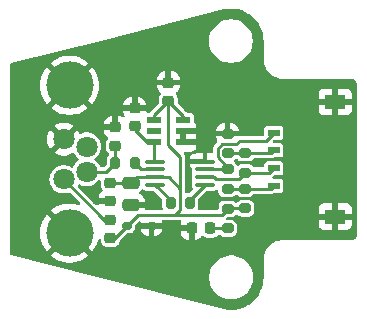
<source format=gbr>
%TF.GenerationSoftware,KiCad,Pcbnew,8.0.8*%
%TF.CreationDate,2025-02-03T14:17:38+01:00*%
%TF.ProjectId,FT25-SLS,46543235-2d53-44c5-932e-6b696361645f,rev?*%
%TF.SameCoordinates,Original*%
%TF.FileFunction,Copper,L1,Top*%
%TF.FilePolarity,Positive*%
%FSLAX46Y46*%
G04 Gerber Fmt 4.6, Leading zero omitted, Abs format (unit mm)*
G04 Created by KiCad (PCBNEW 8.0.8) date 2025-02-03 14:17:38*
%MOMM*%
%LPD*%
G01*
G04 APERTURE LIST*
G04 Aperture macros list*
%AMRoundRect*
0 Rectangle with rounded corners*
0 $1 Rounding radius*
0 $2 $3 $4 $5 $6 $7 $8 $9 X,Y pos of 4 corners*
0 Add a 4 corners polygon primitive as box body*
4,1,4,$2,$3,$4,$5,$6,$7,$8,$9,$2,$3,0*
0 Add four circle primitives for the rounded corners*
1,1,$1+$1,$2,$3*
1,1,$1+$1,$4,$5*
1,1,$1+$1,$6,$7*
1,1,$1+$1,$8,$9*
0 Add four rect primitives between the rounded corners*
20,1,$1+$1,$2,$3,$4,$5,0*
20,1,$1+$1,$4,$5,$6,$7,0*
20,1,$1+$1,$6,$7,$8,$9,0*
20,1,$1+$1,$8,$9,$2,$3,0*%
G04 Aperture macros list end*
%TA.AperFunction,SMDPad,CuDef*%
%ADD10RoundRect,0.200000X0.200000X0.275000X-0.200000X0.275000X-0.200000X-0.275000X0.200000X-0.275000X0*%
%TD*%
%TA.AperFunction,SMDPad,CuDef*%
%ADD11RoundRect,0.200000X0.275000X-0.200000X0.275000X0.200000X-0.275000X0.200000X-0.275000X-0.200000X0*%
%TD*%
%TA.AperFunction,SMDPad,CuDef*%
%ADD12RoundRect,0.200000X-0.275000X0.200000X-0.275000X-0.200000X0.275000X-0.200000X0.275000X0.200000X0*%
%TD*%
%TA.AperFunction,SMDPad,CuDef*%
%ADD13RoundRect,0.225000X0.250000X-0.225000X0.250000X0.225000X-0.250000X0.225000X-0.250000X-0.225000X0*%
%TD*%
%TA.AperFunction,SMDPad,CuDef*%
%ADD14RoundRect,0.225000X-0.250000X0.225000X-0.250000X-0.225000X0.250000X-0.225000X0.250000X0.225000X0*%
%TD*%
%TA.AperFunction,SMDPad,CuDef*%
%ADD15R,1.000000X0.600000*%
%TD*%
%TA.AperFunction,SMDPad,CuDef*%
%ADD16R,1.800000X1.250000*%
%TD*%
%TA.AperFunction,SMDPad,CuDef*%
%ADD17RoundRect,0.150000X-0.250000X-0.150000X0.250000X-0.150000X0.250000X0.150000X-0.250000X0.150000X0*%
%TD*%
%TA.AperFunction,SMDPad,CuDef*%
%ADD18RoundRect,0.218750X-0.218750X-0.256250X0.218750X-0.256250X0.218750X0.256250X-0.218750X0.256250X0*%
%TD*%
%TA.AperFunction,SMDPad,CuDef*%
%ADD19RoundRect,0.218750X-0.256250X0.218750X-0.256250X-0.218750X0.256250X-0.218750X0.256250X0.218750X0*%
%TD*%
%TA.AperFunction,ComponentPad*%
%ADD20C,1.800000*%
%TD*%
%TA.AperFunction,ComponentPad*%
%ADD21C,4.000000*%
%TD*%
%TA.AperFunction,SMDPad,CuDef*%
%ADD22RoundRect,0.250000X-0.475000X0.250000X-0.475000X-0.250000X0.475000X-0.250000X0.475000X0.250000X0*%
%TD*%
%TA.AperFunction,SMDPad,CuDef*%
%ADD23RoundRect,0.100000X0.712500X0.100000X-0.712500X0.100000X-0.712500X-0.100000X0.712500X-0.100000X0*%
%TD*%
%TA.AperFunction,SMDPad,CuDef*%
%ADD24R,1.200000X0.600000*%
%TD*%
%TA.AperFunction,ViaPad*%
%ADD25C,0.600000*%
%TD*%
%TA.AperFunction,Conductor*%
%ADD26C,0.250000*%
%TD*%
G04 APERTURE END LIST*
D10*
%TO.P,R4,1*%
%TO.N,/V_{out\u002Cx}*%
X126825000Y-60330000D03*
%TO.P,R4,2*%
%TO.N,/V_{x}*%
X125175000Y-60330000D03*
%TD*%
D11*
%TO.P,R18,1*%
%TO.N,/Strain_out_b*%
X134700000Y-59475000D03*
%TO.P,R18,2*%
%TO.N,GND*%
X134700000Y-57825000D03*
%TD*%
D12*
%TO.P,R1,1*%
%TO.N,+5V*%
X134720000Y-64205000D03*
%TO.P,R1,2*%
%TO.N,Net-(D2-A)*%
X134720000Y-65855000D03*
%TD*%
D11*
%TO.P,R7,1*%
%TO.N,/Strain_in_f*%
X134700000Y-62500000D03*
%TO.P,R7,2*%
%TO.N,/Strain_in_b*%
X134700000Y-60850000D03*
%TD*%
D13*
%TO.P,C16,1*%
%TO.N,/V_{x}*%
X125190000Y-58845000D03*
%TO.P,C16,2*%
%TO.N,GND*%
X125190000Y-57295000D03*
%TD*%
D11*
%TO.P,R21,1*%
%TO.N,+5V*%
X136200000Y-64150000D03*
%TO.P,R21,2*%
%TO.N,/Strain_in_f*%
X136200000Y-62500000D03*
%TD*%
D13*
%TO.P,C19,1*%
%TO.N,+5V*%
X129690000Y-55055000D03*
%TO.P,C19,2*%
%TO.N,GND*%
X129690000Y-53505000D03*
%TD*%
D14*
%TO.P,C21,1*%
%TO.N,+5V*%
X124750000Y-62005000D03*
%TO.P,C21,2*%
%TO.N,GND*%
X124750000Y-63555000D03*
%TD*%
D15*
%TO.P,J2,1,Pin_1*%
%TO.N,/Strain_in_f*%
X138620000Y-62250000D03*
%TO.P,J2,2,Pin_2*%
%TO.N,/Strain_out_f*%
X138620000Y-60750000D03*
%TO.P,J2,3,Pin_3*%
%TO.N,/Strain_out_b*%
X138620000Y-59250001D03*
%TO.P,J2,4,Pin_4*%
%TO.N,/Strain_in_b*%
X138620000Y-57749999D03*
D16*
%TO.P,J2,5,Pin_6*%
%TO.N,GND*%
X143810000Y-55145000D03*
%TO.P,J2,5,Pin_5*%
X143810000Y-64854999D03*
%TD*%
D17*
%TO.P,D1,1,K*%
%TO.N,+5V*%
X126162500Y-65670000D03*
%TO.P,D1,2,A*%
%TO.N,GND*%
X128262500Y-65670000D03*
%TD*%
D18*
%TO.P,D2,1,K*%
%TO.N,GND*%
X131662500Y-65860000D03*
%TO.P,D2,2,A*%
%TO.N,Net-(D2-A)*%
X133237500Y-65860000D03*
%TD*%
D19*
%TO.P,F1,1*%
%TO.N,Net-(J1-Pin_1)*%
X124780000Y-65112500D03*
%TO.P,F1,2*%
%TO.N,+5V*%
X124780000Y-66687500D03*
%TD*%
D11*
%TO.P,R2,1*%
%TO.N,/Strain_out_f*%
X136200000Y-61125000D03*
%TO.P,R2,2*%
%TO.N,/Strain_out_b*%
X136200000Y-59475000D03*
%TD*%
D20*
%TO.P,J1,1,Pin_1*%
%TO.N,Net-(J1-Pin_1)*%
X120820000Y-61700000D03*
%TO.P,J1,2,Pin_2*%
%TO.N,/V_{x}*%
X122770000Y-61075000D03*
%TO.P,J1,3,Pin_3*%
%TO.N,GND*%
X120820000Y-58300000D03*
%TO.P,J1,4*%
%TO.N,N/C*%
X122770000Y-58925000D03*
D21*
%TO.P,J1,5*%
%TO.N,GND*%
X121320000Y-53750000D03*
X121320000Y-66250000D03*
%TD*%
D22*
%TO.P,C20,1*%
%TO.N,+5V*%
X126510000Y-62000000D03*
%TO.P,C20,2*%
%TO.N,GND*%
X126510000Y-63900000D03*
%TD*%
D10*
%TO.P,R12,1*%
%TO.N,Net-(R12-Pad1)*%
X131525000Y-63675000D03*
%TO.P,R12,2*%
%TO.N,Net-(R12-Pad2)*%
X129875000Y-63675000D03*
%TD*%
D23*
%TO.P,U3,1,Rg*%
%TO.N,Net-(R12-Pad1)*%
X132787500Y-62150000D03*
%TO.P,U3,2,-*%
%TO.N,/Strain_out_f*%
X132787500Y-61500000D03*
%TO.P,U3,3,+*%
%TO.N,/Strain_in_b*%
X132787500Y-60850000D03*
%TO.P,U3,4,Vs-*%
%TO.N,GND*%
X132787500Y-60200000D03*
%TO.P,U3,5,Ref*%
%TO.N,/V_{ref}*%
X128562500Y-60200000D03*
%TO.P,U3,6*%
%TO.N,/V_{out\u002Cx}*%
X128562500Y-60850000D03*
%TO.P,U3,7,Vs+*%
%TO.N,+5V*%
X128562500Y-61500000D03*
%TO.P,U3,8,Rg*%
%TO.N,Net-(R12-Pad2)*%
X128562500Y-62150000D03*
%TD*%
D13*
%TO.P,C18,1*%
%TO.N,/V_{ref}*%
X126840000Y-57215000D03*
%TO.P,C18,2*%
%TO.N,GND*%
X126840000Y-55665000D03*
%TD*%
D24*
%TO.P,IC2,1,GND_1*%
%TO.N,GND*%
X130960000Y-58550000D03*
%TO.P,IC2,2,GND_2*%
X130960000Y-57600000D03*
%TO.P,IC2,3,EN*%
%TO.N,+5V*%
X130960000Y-56650000D03*
%TO.P,IC2,4,VIN*%
X128460000Y-56650000D03*
%TO.P,IC2,5,NR*%
%TO.N,unconnected-(IC2-NR-Pad5)*%
X128460000Y-57600000D03*
%TO.P,IC2,6,VREF*%
%TO.N,/V_{ref}*%
X128460000Y-58550000D03*
%TD*%
D25*
%TO.N,GND*%
X133200000Y-67310000D03*
X137700000Y-64240000D03*
X133110000Y-55340000D03*
X128340000Y-63570000D03*
X141050000Y-62000000D03*
X126440000Y-68410000D03*
X129800000Y-68350000D03*
X123556942Y-63553058D03*
X129790000Y-51830000D03*
X124960000Y-55280000D03*
X126580000Y-51890000D03*
X141010000Y-57910000D03*
X132690000Y-63590000D03*
X134140000Y-52950000D03*
X137740000Y-55710000D03*
%TD*%
D26*
%TO.N,+5V*%
X130710000Y-62480000D02*
X130710000Y-59840000D01*
X136200000Y-64150000D02*
X134775000Y-64150000D01*
X126510000Y-62000000D02*
X124755000Y-62000000D01*
X130248004Y-64725000D02*
X130273004Y-64700000D01*
X129690000Y-58830000D02*
X129690000Y-55055000D01*
X124780000Y-66687500D02*
X125145000Y-66687500D01*
X130710000Y-59840000D02*
X130400000Y-59530000D01*
X127010000Y-61500000D02*
X126510000Y-62000000D01*
X130710000Y-64263004D02*
X130710000Y-62480000D01*
X128562500Y-61500000D02*
X129730000Y-61500000D01*
X127107500Y-64725000D02*
X130248004Y-64725000D01*
X129730000Y-61500000D02*
X130710000Y-62480000D01*
X130390000Y-59530000D02*
X129690000Y-58830000D01*
X134775000Y-64150000D02*
X134720000Y-64205000D01*
X130960000Y-56650000D02*
X130960000Y-56325000D01*
X124755000Y-62000000D02*
X124750000Y-62005000D01*
X130960000Y-56325000D02*
X129690000Y-55055000D01*
X134195000Y-64730000D02*
X130303004Y-64730000D01*
X130273004Y-64700000D02*
X130710000Y-64263004D01*
X126162500Y-65670000D02*
X127107500Y-64725000D01*
X128460000Y-56650000D02*
X128460000Y-56285000D01*
X128460000Y-56285000D02*
X129690000Y-55055000D01*
X125145000Y-66687500D02*
X126162500Y-65670000D01*
X130400000Y-59530000D02*
X130390000Y-59530000D01*
X128562500Y-61500000D02*
X127010000Y-61500000D01*
X134720000Y-64205000D02*
X134195000Y-64730000D01*
%TO.N,GND*%
X126510000Y-63900000D02*
X128010000Y-63900000D01*
X128010000Y-63900000D02*
X128340000Y-63570000D01*
X123556942Y-63553058D02*
X123558884Y-63555000D01*
X123558884Y-63555000D02*
X124750000Y-63555000D01*
%TO.N,/Strain_out_f*%
X135650000Y-61675000D02*
X136200000Y-61125000D01*
X133553812Y-61500000D02*
X133728812Y-61675000D01*
X132787500Y-61500000D02*
X133553812Y-61500000D01*
X138245000Y-61125000D02*
X138620000Y-60750000D01*
X133728812Y-61675000D02*
X135650000Y-61675000D01*
X136200000Y-61125000D02*
X138245000Y-61125000D01*
%TO.N,/V_{x}*%
X125175000Y-60330000D02*
X125175000Y-58860000D01*
X125175000Y-58860000D02*
X125190000Y-58845000D01*
X124430000Y-61075000D02*
X125175000Y-60330000D01*
X122770000Y-61075000D02*
X124430000Y-61075000D01*
%TO.N,Net-(D2-A)*%
X133242500Y-65855000D02*
X133237500Y-65860000D01*
X134720000Y-65855000D02*
X133242500Y-65855000D01*
%TO.N,/V_{out\u002Cx}*%
X127345000Y-60850000D02*
X126825000Y-60330000D01*
X128562500Y-60850000D02*
X127345000Y-60850000D01*
%TO.N,/V_{ref}*%
X127860000Y-58550000D02*
X128460000Y-58550000D01*
X128460000Y-58550000D02*
X128460000Y-60097500D01*
X126840000Y-57530000D02*
X127860000Y-58550000D01*
X126840000Y-57215000D02*
X126840000Y-57530000D01*
X128460000Y-60097500D02*
X128562500Y-60200000D01*
%TO.N,Net-(R12-Pad1)*%
X131525000Y-63675000D02*
X131525000Y-63412500D01*
X131525000Y-63412500D02*
X132787500Y-62150000D01*
X131475000Y-63700000D02*
X131475000Y-63462500D01*
%TO.N,Net-(R12-Pad2)*%
X129875000Y-63675000D02*
X129875000Y-63462500D01*
X129875000Y-63462500D02*
X128562500Y-62150000D01*
%TO.N,/Strain_in_b*%
X132787500Y-60850000D02*
X134700000Y-60850000D01*
X137919999Y-58450000D02*
X135740000Y-58450000D01*
X134201996Y-58750000D02*
X133851906Y-59100090D01*
X135440000Y-58750000D02*
X134201996Y-58750000D01*
X134700000Y-60700000D02*
X134700000Y-60850000D01*
X133851906Y-59100090D02*
X133851906Y-59851906D01*
X138620000Y-57749999D02*
X137919999Y-58450000D01*
X135740000Y-58450000D02*
X135440000Y-58750000D01*
X133851906Y-59851906D02*
X134700000Y-60700000D01*
%TO.N,/Strain_out_b*%
X138395001Y-59475000D02*
X136200000Y-59475000D01*
X138620000Y-59250001D02*
X138395001Y-59475000D01*
X136200000Y-59475000D02*
X134700000Y-59475000D01*
%TO.N,/Strain_in_f*%
X138620000Y-62250000D02*
X138370000Y-62500000D01*
X136200000Y-62500000D02*
X134700000Y-62500000D01*
X138370000Y-62500000D02*
X136200000Y-62500000D01*
%TO.N,Net-(J1-Pin_1)*%
X124232500Y-65112500D02*
X124780000Y-65112500D01*
X120820000Y-61700000D02*
X124232500Y-65112500D01*
%TD*%
%TA.AperFunction,Conductor*%
%TO.N,GND*%
G36*
X127607261Y-62573654D02*
G01*
X127611652Y-62578045D01*
X127611654Y-62578046D01*
X127611658Y-62578050D01*
X127719042Y-62632765D01*
X127724698Y-62635647D01*
X127818475Y-62650499D01*
X127818481Y-62650500D01*
X128409889Y-62650499D01*
X128476928Y-62670183D01*
X128497570Y-62686818D01*
X129138181Y-63327428D01*
X129171666Y-63388751D01*
X129174500Y-63415109D01*
X129174500Y-63997870D01*
X129174501Y-63997876D01*
X129180908Y-64057483D01*
X129208764Y-64132167D01*
X129213748Y-64201859D01*
X129180263Y-64263182D01*
X129118939Y-64296666D01*
X129092582Y-64299500D01*
X127859000Y-64299500D01*
X127791961Y-64279815D01*
X127746206Y-64227011D01*
X127735000Y-64175500D01*
X127735000Y-64150000D01*
X126634000Y-64150000D01*
X126566961Y-64130315D01*
X126521206Y-64077511D01*
X126510000Y-64026000D01*
X126510000Y-63774000D01*
X126529685Y-63706961D01*
X126582489Y-63661206D01*
X126634000Y-63650000D01*
X127734999Y-63650000D01*
X127734999Y-63600028D01*
X127734998Y-63600013D01*
X127724505Y-63497302D01*
X127669358Y-63330880D01*
X127669356Y-63330875D01*
X127577315Y-63181654D01*
X127453345Y-63057684D01*
X127304124Y-62965643D01*
X127304121Y-62965642D01*
X127282241Y-62958392D01*
X127224797Y-62918619D01*
X127197974Y-62854103D01*
X127210289Y-62785327D01*
X127251605Y-62740832D01*
X127250584Y-62739486D01*
X127312723Y-62692364D01*
X127377922Y-62642922D01*
X127420776Y-62586409D01*
X127476968Y-62544887D01*
X127546689Y-62540335D01*
X127607261Y-62573654D01*
G37*
%TD.AperFunction*%
%TA.AperFunction,Conductor*%
G36*
X123938549Y-61754723D02*
G01*
X123971776Y-61816186D01*
X123974500Y-61842035D01*
X123974500Y-62271144D01*
X123979825Y-62315494D01*
X123984640Y-62355588D01*
X124037636Y-62489976D01*
X124096390Y-62567454D01*
X124121213Y-62632765D01*
X124106785Y-62701129D01*
X124062688Y-62747914D01*
X124047273Y-62757422D01*
X124047267Y-62757427D01*
X123927427Y-62877267D01*
X123927424Y-62877271D01*
X123838457Y-63021507D01*
X123838452Y-63021518D01*
X123785144Y-63182393D01*
X123775000Y-63281677D01*
X123775000Y-63305000D01*
X124626000Y-63305000D01*
X124693039Y-63324685D01*
X124738794Y-63377489D01*
X124750000Y-63429000D01*
X124750000Y-63681000D01*
X124730315Y-63748039D01*
X124677511Y-63793794D01*
X124626000Y-63805000D01*
X123775001Y-63805000D01*
X123738682Y-63841319D01*
X123735480Y-63838117D01*
X123702512Y-63866685D01*
X123633354Y-63876629D01*
X123569798Y-63847604D01*
X123563320Y-63841572D01*
X122051970Y-62330222D01*
X122018485Y-62268899D01*
X122023469Y-62199207D01*
X122065341Y-62143274D01*
X122130805Y-62118857D01*
X122199078Y-62133709D01*
X122204914Y-62137105D01*
X122232599Y-62154247D01*
X122440060Y-62234618D01*
X122658757Y-62275500D01*
X122658759Y-62275500D01*
X122881241Y-62275500D01*
X122881243Y-62275500D01*
X123099940Y-62234618D01*
X123307401Y-62154247D01*
X123496562Y-62037124D01*
X123660981Y-61887236D01*
X123751546Y-61767307D01*
X123807655Y-61725672D01*
X123877367Y-61720981D01*
X123938549Y-61754723D01*
G37*
%TD.AperFunction*%
%TA.AperFunction,Conductor*%
G36*
X135026024Y-47242866D02*
G01*
X135095177Y-47247213D01*
X135319466Y-47261312D01*
X135333208Y-47262950D01*
X135574072Y-47305410D01*
X135622762Y-47313993D01*
X135636222Y-47317148D01*
X135918316Y-47400160D01*
X135931323Y-47404792D01*
X136202384Y-47518722D01*
X136214828Y-47524791D01*
X136471479Y-47668217D01*
X136483168Y-47675634D01*
X136567886Y-47736282D01*
X136722248Y-47846787D01*
X136733026Y-47855452D01*
X136832649Y-47945147D01*
X136951533Y-48052186D01*
X136961288Y-48062009D01*
X137156498Y-48281867D01*
X137165098Y-48292717D01*
X137334581Y-48532965D01*
X137341917Y-48544705D01*
X137483568Y-48802356D01*
X137489550Y-48814841D01*
X137549262Y-48959706D01*
X137596943Y-49075386D01*
X137601593Y-49086666D01*
X137606146Y-49099740D01*
X137687190Y-49382367D01*
X137690257Y-49395867D01*
X137739290Y-49685756D01*
X137740834Y-49699514D01*
X137757442Y-49996549D01*
X137757635Y-50003471D01*
X137757635Y-50073149D01*
X137757725Y-50074518D01*
X137759496Y-51517438D01*
X137759475Y-51519845D01*
X137757521Y-51627242D01*
X137757522Y-51627260D01*
X137786230Y-51857264D01*
X137786231Y-51857273D01*
X137847182Y-52080908D01*
X137939152Y-52293683D01*
X137939155Y-52293689D01*
X138060293Y-52491312D01*
X138060299Y-52491321D01*
X138103307Y-52543238D01*
X138208168Y-52669821D01*
X138379802Y-52825619D01*
X138571746Y-52955576D01*
X138780141Y-53057078D01*
X139000797Y-53128086D01*
X139229272Y-53167171D01*
X139229278Y-53167172D01*
X139271751Y-53168322D01*
X139284851Y-53170227D01*
X139284955Y-53169439D01*
X139293014Y-53170500D01*
X139350297Y-53170500D01*
X139353709Y-53170546D01*
X139411003Y-53172124D01*
X139419081Y-53171286D01*
X139419161Y-53172058D01*
X139432397Y-53170500D01*
X145094108Y-53170500D01*
X145153038Y-53170500D01*
X145166922Y-53171280D01*
X145173827Y-53172058D01*
X145257266Y-53181459D01*
X145284331Y-53187636D01*
X145363540Y-53215352D01*
X145388553Y-53227398D01*
X145459606Y-53272043D01*
X145481313Y-53289355D01*
X145540644Y-53348686D01*
X145557957Y-53370395D01*
X145602600Y-53441444D01*
X145614648Y-53466462D01*
X145642362Y-53545666D01*
X145648540Y-53572735D01*
X145658720Y-53663076D01*
X145659500Y-53676961D01*
X145659500Y-53743860D01*
X145659516Y-53744117D01*
X145662392Y-66345911D01*
X145661612Y-66359822D01*
X145651434Y-66450158D01*
X145645256Y-66477229D01*
X145617542Y-66556433D01*
X145605494Y-66581451D01*
X145560851Y-66652500D01*
X145543538Y-66674209D01*
X145484209Y-66733538D01*
X145462500Y-66750851D01*
X145391451Y-66795494D01*
X145366433Y-66807542D01*
X145287229Y-66835256D01*
X145260160Y-66841434D01*
X145169847Y-66851609D01*
X145155910Y-66852388D01*
X139442475Y-66849784D01*
X139429155Y-66848219D01*
X139429078Y-66848966D01*
X139420998Y-66848127D01*
X139363854Y-66849700D01*
X139360388Y-66849747D01*
X139303246Y-66849721D01*
X139295193Y-66850778D01*
X139295092Y-66850012D01*
X139281904Y-66851924D01*
X139239284Y-66853079D01*
X139239283Y-66853079D01*
X139010798Y-66892163D01*
X138790140Y-66963170D01*
X138581741Y-67064671D01*
X138581737Y-67064673D01*
X138389796Y-67194623D01*
X138218155Y-67350422D01*
X138218151Y-67350426D01*
X138070281Y-67528921D01*
X138070281Y-67528922D01*
X137949141Y-67726534D01*
X137949132Y-67726551D01*
X137857158Y-67939313D01*
X137857154Y-67939324D01*
X137796199Y-68162945D01*
X137796197Y-68162956D01*
X137767478Y-68392975D01*
X137769436Y-68500941D01*
X137769452Y-68504170D01*
X137758232Y-69922398D01*
X137757635Y-69931002D01*
X137757635Y-69996524D01*
X137757442Y-70003446D01*
X137740834Y-70300485D01*
X137739290Y-70314243D01*
X137690257Y-70604132D01*
X137687190Y-70617632D01*
X137606146Y-70900259D01*
X137601593Y-70913333D01*
X137489550Y-71185158D01*
X137483568Y-71197643D01*
X137341917Y-71455294D01*
X137334581Y-71467034D01*
X137165098Y-71707282D01*
X137156498Y-71718132D01*
X136961288Y-71937990D01*
X136951533Y-71947813D01*
X136733032Y-72144542D01*
X136722242Y-72153217D01*
X136483168Y-72324365D01*
X136471479Y-72331782D01*
X136214828Y-72475208D01*
X136202384Y-72481277D01*
X135931332Y-72595204D01*
X135918300Y-72599844D01*
X135636240Y-72682846D01*
X135622762Y-72686006D01*
X135333211Y-72737048D01*
X135319463Y-72738687D01*
X135026024Y-72757133D01*
X135012181Y-72757229D01*
X134718516Y-72742850D01*
X134704748Y-72741402D01*
X134411097Y-72693824D01*
X134404298Y-72692526D01*
X134392620Y-72689958D01*
X134388823Y-72689061D01*
X123286327Y-69878711D01*
X133149500Y-69878711D01*
X133149500Y-70121288D01*
X133181161Y-70361785D01*
X133243947Y-70596104D01*
X133336773Y-70820205D01*
X133336776Y-70820212D01*
X133458064Y-71030289D01*
X133458066Y-71030292D01*
X133458067Y-71030293D01*
X133605733Y-71222736D01*
X133605739Y-71222743D01*
X133777256Y-71394260D01*
X133777263Y-71394266D01*
X133872097Y-71467034D01*
X133969711Y-71541936D01*
X134179788Y-71663224D01*
X134403900Y-71756054D01*
X134638211Y-71818838D01*
X134818586Y-71842584D01*
X134878711Y-71850500D01*
X134878712Y-71850500D01*
X135121289Y-71850500D01*
X135169388Y-71844167D01*
X135361789Y-71818838D01*
X135596100Y-71756054D01*
X135820212Y-71663224D01*
X136030289Y-71541936D01*
X136222738Y-71394265D01*
X136394265Y-71222738D01*
X136541936Y-71030289D01*
X136663224Y-70820212D01*
X136756054Y-70596100D01*
X136818838Y-70361789D01*
X136850500Y-70121288D01*
X136850500Y-69878712D01*
X136818838Y-69638211D01*
X136756054Y-69403900D01*
X136663224Y-69179788D01*
X136541936Y-68969711D01*
X136394265Y-68777262D01*
X136394260Y-68777256D01*
X136222743Y-68605739D01*
X136222736Y-68605733D01*
X136030293Y-68458067D01*
X136030292Y-68458066D01*
X136030289Y-68458064D01*
X135820212Y-68336776D01*
X135820205Y-68336773D01*
X135596104Y-68243947D01*
X135361785Y-68181161D01*
X135121289Y-68149500D01*
X135121288Y-68149500D01*
X134878712Y-68149500D01*
X134878711Y-68149500D01*
X134638214Y-68181161D01*
X134403895Y-68243947D01*
X134179794Y-68336773D01*
X134179785Y-68336777D01*
X133969706Y-68458067D01*
X133777263Y-68605733D01*
X133777256Y-68605739D01*
X133605739Y-68777256D01*
X133605733Y-68777263D01*
X133458067Y-68969706D01*
X133336777Y-69179785D01*
X133336773Y-69179794D01*
X133243947Y-69403895D01*
X133181161Y-69638214D01*
X133149500Y-69878711D01*
X123286327Y-69878711D01*
X116394072Y-68134090D01*
X116333912Y-68098556D01*
X116302514Y-68036139D01*
X116300500Y-68013881D01*
X116300500Y-66249994D01*
X118815057Y-66249994D01*
X118815057Y-66250005D01*
X118834807Y-66563942D01*
X118834808Y-66563949D01*
X118893755Y-66872958D01*
X118990963Y-67172132D01*
X118990965Y-67172137D01*
X119124900Y-67456761D01*
X119124903Y-67456767D01*
X119293452Y-67722359D01*
X119384286Y-67832158D01*
X120097339Y-67119104D01*
X120175864Y-67227184D01*
X120342816Y-67394136D01*
X120450893Y-67472658D01*
X119734972Y-68188579D01*
X119977780Y-68364990D01*
X119977790Y-68364996D01*
X120253447Y-68516540D01*
X120253455Y-68516544D01*
X120545926Y-68632340D01*
X120850620Y-68710573D01*
X120850629Y-68710575D01*
X121162701Y-68749999D01*
X121162715Y-68750000D01*
X121477285Y-68750000D01*
X121477298Y-68749999D01*
X121789370Y-68710575D01*
X121789379Y-68710573D01*
X122094073Y-68632340D01*
X122386544Y-68516544D01*
X122386552Y-68516540D01*
X122662203Y-68365000D01*
X122662214Y-68364993D01*
X122905025Y-68188579D01*
X122905026Y-68188579D01*
X122189105Y-67472659D01*
X122297184Y-67394136D01*
X122464136Y-67227184D01*
X122542659Y-67119105D01*
X123255712Y-67832158D01*
X123346544Y-67722364D01*
X123515096Y-67456767D01*
X123515099Y-67456761D01*
X123649034Y-67172137D01*
X123649036Y-67172132D01*
X123746244Y-66872958D01*
X123758696Y-66807685D01*
X123790594Y-66745521D01*
X123851037Y-66710471D01*
X123920833Y-66713663D01*
X123977825Y-66754083D01*
X124003916Y-66818898D01*
X124004500Y-66830920D01*
X124004500Y-66946902D01*
X124014520Y-67030343D01*
X124014520Y-67030344D01*
X124066886Y-67163134D01*
X124153132Y-67276867D01*
X124250135Y-67350426D01*
X124266868Y-67363115D01*
X124399654Y-67415479D01*
X124483098Y-67425500D01*
X125076902Y-67425500D01*
X125160346Y-67415479D01*
X125293132Y-67363115D01*
X125406867Y-67276867D01*
X125493115Y-67163132D01*
X125545479Y-67030346D01*
X125555500Y-66946902D01*
X125555500Y-66930109D01*
X125575185Y-66863070D01*
X125591819Y-66842428D01*
X126127428Y-66306819D01*
X126188751Y-66273334D01*
X126215109Y-66270500D01*
X126466770Y-66270500D01*
X126497199Y-66267646D01*
X126497201Y-66267646D01*
X126561290Y-66245219D01*
X126625382Y-66222793D01*
X126734650Y-66142150D01*
X126815293Y-66032882D01*
X126844470Y-65949500D01*
X126854792Y-65920001D01*
X127365204Y-65920001D01*
X127365399Y-65922486D01*
X127411218Y-66080198D01*
X127494814Y-66221552D01*
X127494821Y-66221561D01*
X127610938Y-66337678D01*
X127610947Y-66337685D01*
X127752303Y-66421282D01*
X127752306Y-66421283D01*
X127910004Y-66467099D01*
X127910010Y-66467100D01*
X127946850Y-66469999D01*
X127946866Y-66470000D01*
X128012500Y-66470000D01*
X128512500Y-66470000D01*
X128578134Y-66470000D01*
X128578149Y-66469999D01*
X128614989Y-66467100D01*
X128614995Y-66467099D01*
X128772693Y-66421283D01*
X128772696Y-66421282D01*
X128914052Y-66337685D01*
X128914061Y-66337678D01*
X129030178Y-66221561D01*
X129030185Y-66221552D01*
X129064131Y-66164152D01*
X130725001Y-66164152D01*
X130735056Y-66262583D01*
X130787906Y-66422072D01*
X130787908Y-66422077D01*
X130876114Y-66565080D01*
X130994919Y-66683885D01*
X131137922Y-66772091D01*
X131137927Y-66772093D01*
X131297416Y-66824942D01*
X131395856Y-66834999D01*
X131412500Y-66834998D01*
X131412500Y-66110000D01*
X130725001Y-66110000D01*
X130725001Y-66164152D01*
X129064131Y-66164152D01*
X129113781Y-66080198D01*
X129159600Y-65922486D01*
X129159795Y-65920001D01*
X129159795Y-65920000D01*
X128512500Y-65920000D01*
X128512500Y-66470000D01*
X128012500Y-66470000D01*
X128012500Y-65920000D01*
X127365205Y-65920000D01*
X127365204Y-65920001D01*
X126854792Y-65920001D01*
X126860146Y-65904701D01*
X126860146Y-65904699D01*
X126863000Y-65874269D01*
X126863000Y-65622610D01*
X126882685Y-65555571D01*
X126899319Y-65534929D01*
X127021584Y-65412664D01*
X127166682Y-65267565D01*
X127228003Y-65234082D01*
X127297694Y-65239066D01*
X127353628Y-65280937D01*
X127378045Y-65346402D01*
X127373438Y-65389841D01*
X127365400Y-65417508D01*
X127365399Y-65417511D01*
X127365204Y-65419998D01*
X127365205Y-65420000D01*
X129159795Y-65420000D01*
X129159795Y-65419998D01*
X129159600Y-65417511D01*
X129159599Y-65417505D01*
X129128103Y-65309095D01*
X129128302Y-65239225D01*
X129166244Y-65180555D01*
X129229883Y-65151712D01*
X129247179Y-65150500D01*
X130191986Y-65150500D01*
X130212001Y-65150500D01*
X130244088Y-65154723D01*
X130246986Y-65155500D01*
X130663382Y-65155500D01*
X130730421Y-65175185D01*
X130776176Y-65227989D01*
X130786120Y-65297147D01*
X130781088Y-65318504D01*
X130735057Y-65457416D01*
X130725000Y-65555849D01*
X130725000Y-65610000D01*
X131538500Y-65610000D01*
X131605539Y-65629685D01*
X131651294Y-65682489D01*
X131662500Y-65734000D01*
X131662500Y-65860000D01*
X131788500Y-65860000D01*
X131855539Y-65879685D01*
X131901294Y-65932489D01*
X131912500Y-65984000D01*
X131912500Y-66834999D01*
X131929136Y-66834999D01*
X131929152Y-66834998D01*
X132027583Y-66824943D01*
X132187072Y-66772093D01*
X132187077Y-66772091D01*
X132330080Y-66683885D01*
X132448887Y-66565078D01*
X132473574Y-66525054D01*
X132525521Y-66478329D01*
X132594483Y-66467106D01*
X132654038Y-66491346D01*
X132751272Y-66565080D01*
X132761868Y-66573115D01*
X132894654Y-66625479D01*
X132978098Y-66635500D01*
X133496902Y-66635500D01*
X133580346Y-66625479D01*
X133713132Y-66573115D01*
X133826867Y-66486867D01*
X133886556Y-66408154D01*
X133942748Y-66366632D01*
X134012469Y-66362080D01*
X134073583Y-66395944D01*
X134084626Y-66408768D01*
X134087455Y-66412547D01*
X134202664Y-66498793D01*
X134202671Y-66498797D01*
X134247618Y-66515561D01*
X134337517Y-66549091D01*
X134397127Y-66555500D01*
X135042872Y-66555499D01*
X135102483Y-66549091D01*
X135237331Y-66498796D01*
X135352546Y-66412546D01*
X135438796Y-66297331D01*
X135489091Y-66162483D01*
X135495500Y-66102873D01*
X135495499Y-65607128D01*
X135489091Y-65547517D01*
X135481753Y-65527843D01*
X142410000Y-65527843D01*
X142416401Y-65587371D01*
X142416403Y-65587378D01*
X142466645Y-65722085D01*
X142466649Y-65722092D01*
X142552809Y-65837186D01*
X142552812Y-65837189D01*
X142667906Y-65923349D01*
X142667913Y-65923353D01*
X142802620Y-65973595D01*
X142802627Y-65973597D01*
X142862155Y-65979998D01*
X142862172Y-65979999D01*
X143560000Y-65979999D01*
X144060000Y-65979999D01*
X144757828Y-65979999D01*
X144757844Y-65979998D01*
X144817372Y-65973597D01*
X144817379Y-65973595D01*
X144952086Y-65923353D01*
X144952093Y-65923349D01*
X145067187Y-65837189D01*
X145067190Y-65837186D01*
X145153350Y-65722092D01*
X145153354Y-65722085D01*
X145203596Y-65587378D01*
X145203598Y-65587371D01*
X145209999Y-65527843D01*
X145210000Y-65527826D01*
X145210000Y-65104999D01*
X144060000Y-65104999D01*
X144060000Y-65979999D01*
X143560000Y-65979999D01*
X143560000Y-65104999D01*
X142410000Y-65104999D01*
X142410000Y-65527843D01*
X135481753Y-65527843D01*
X135476430Y-65513572D01*
X135438797Y-65412671D01*
X135438793Y-65412664D01*
X135352547Y-65297455D01*
X135352544Y-65297452D01*
X135237335Y-65211206D01*
X135237328Y-65211202D01*
X135102486Y-65160910D01*
X135102485Y-65160909D01*
X135102483Y-65160909D01*
X135042873Y-65154500D01*
X135042864Y-65154500D01*
X134671609Y-65154500D01*
X134604570Y-65134815D01*
X134558815Y-65082011D01*
X134548871Y-65012853D01*
X134577896Y-64949297D01*
X134583972Y-64942775D01*
X134584974Y-64941774D01*
X134646313Y-64908320D01*
X134672611Y-64905499D01*
X135042871Y-64905499D01*
X135042872Y-64905499D01*
X135102483Y-64899091D01*
X135237331Y-64848796D01*
X135352546Y-64762546D01*
X135382339Y-64722746D01*
X135438272Y-64680877D01*
X135507964Y-64675893D01*
X135559149Y-64703842D01*
X135560355Y-64702232D01*
X135682664Y-64793793D01*
X135682671Y-64793797D01*
X135727618Y-64810561D01*
X135817517Y-64844091D01*
X135877127Y-64850500D01*
X136522872Y-64850499D01*
X136582483Y-64844091D01*
X136717331Y-64793796D01*
X136832546Y-64707546D01*
X136918796Y-64592331D01*
X136969091Y-64457483D01*
X136975500Y-64397873D01*
X136975500Y-64182154D01*
X142410000Y-64182154D01*
X142410000Y-64604999D01*
X143560000Y-64604999D01*
X144060000Y-64604999D01*
X145210000Y-64604999D01*
X145210000Y-64182171D01*
X145209999Y-64182154D01*
X145203598Y-64122626D01*
X145203596Y-64122619D01*
X145153354Y-63987912D01*
X145153350Y-63987905D01*
X145067190Y-63872811D01*
X145067187Y-63872808D01*
X144952093Y-63786648D01*
X144952086Y-63786644D01*
X144817379Y-63736402D01*
X144817372Y-63736400D01*
X144757844Y-63729999D01*
X144060000Y-63729999D01*
X144060000Y-64604999D01*
X143560000Y-64604999D01*
X143560000Y-63729999D01*
X142862155Y-63729999D01*
X142802627Y-63736400D01*
X142802620Y-63736402D01*
X142667913Y-63786644D01*
X142667906Y-63786648D01*
X142552812Y-63872808D01*
X142552809Y-63872811D01*
X142466649Y-63987905D01*
X142466645Y-63987912D01*
X142416403Y-64122619D01*
X142416401Y-64122626D01*
X142410000Y-64182154D01*
X136975500Y-64182154D01*
X136975499Y-63902128D01*
X136969091Y-63842517D01*
X136968644Y-63841319D01*
X136918797Y-63707671D01*
X136918793Y-63707664D01*
X136832547Y-63592455D01*
X136832544Y-63592452D01*
X136717335Y-63506206D01*
X136717328Y-63506202D01*
X136582486Y-63455910D01*
X136582485Y-63455909D01*
X136582483Y-63455909D01*
X136522873Y-63449500D01*
X136522863Y-63449500D01*
X135877129Y-63449500D01*
X135877123Y-63449501D01*
X135817516Y-63455908D01*
X135682671Y-63506202D01*
X135682664Y-63506206D01*
X135567455Y-63592452D01*
X135537661Y-63632252D01*
X135481727Y-63674122D01*
X135412035Y-63679106D01*
X135360849Y-63651159D01*
X135359645Y-63652768D01*
X135237335Y-63561206D01*
X135237328Y-63561202D01*
X135102486Y-63510910D01*
X135102485Y-63510909D01*
X135102483Y-63510909D01*
X135042873Y-63504500D01*
X135042863Y-63504500D01*
X134397129Y-63504500D01*
X134397123Y-63504501D01*
X134337516Y-63510908D01*
X134202671Y-63561202D01*
X134202664Y-63561206D01*
X134087455Y-63647452D01*
X134087452Y-63647455D01*
X134001206Y-63762664D01*
X134001202Y-63762671D01*
X133950910Y-63897513D01*
X133950909Y-63897517D01*
X133944500Y-63957127D01*
X133944500Y-64130315D01*
X133944501Y-64180499D01*
X133924817Y-64247539D01*
X133872013Y-64293294D01*
X133820501Y-64304500D01*
X132305553Y-64304500D01*
X132238514Y-64284815D01*
X132192759Y-64232011D01*
X132182815Y-64162853D01*
X132189371Y-64137167D01*
X132194797Y-64122619D01*
X132219091Y-64057483D01*
X132225500Y-63997873D01*
X132225499Y-63365108D01*
X132245183Y-63298070D01*
X132261813Y-63277433D01*
X132852429Y-62686818D01*
X132913752Y-62653333D01*
X132940110Y-62650499D01*
X133531517Y-62650499D01*
X133531518Y-62650499D01*
X133625304Y-62635646D01*
X133738342Y-62578050D01*
X133738344Y-62578047D01*
X133744204Y-62575062D01*
X133812874Y-62562165D01*
X133877614Y-62588441D01*
X133917872Y-62645547D01*
X133924500Y-62685544D01*
X133924500Y-62747869D01*
X133924501Y-62747876D01*
X133930908Y-62807483D01*
X133981202Y-62942328D01*
X133981206Y-62942335D01*
X134067452Y-63057544D01*
X134067455Y-63057547D01*
X134182664Y-63143793D01*
X134182671Y-63143797D01*
X134227618Y-63160561D01*
X134317517Y-63194091D01*
X134377127Y-63200500D01*
X135022872Y-63200499D01*
X135082483Y-63194091D01*
X135217331Y-63143796D01*
X135332546Y-63057546D01*
X135350733Y-63033250D01*
X135406666Y-62991379D01*
X135476358Y-62986395D01*
X135537681Y-63019880D01*
X135549267Y-63033251D01*
X135567454Y-63057546D01*
X135567455Y-63057547D01*
X135682664Y-63143793D01*
X135682671Y-63143797D01*
X135727618Y-63160561D01*
X135817517Y-63194091D01*
X135877127Y-63200500D01*
X136522872Y-63200499D01*
X136582483Y-63194091D01*
X136717331Y-63143796D01*
X136832546Y-63057546D01*
X136894199Y-62975188D01*
X136950132Y-62933318D01*
X136993465Y-62925500D01*
X138426016Y-62925500D01*
X138426018Y-62925500D01*
X138534237Y-62896503D01*
X138585143Y-62867112D01*
X138647144Y-62850499D01*
X139164856Y-62850499D01*
X139164864Y-62850499D01*
X139164879Y-62850497D01*
X139164882Y-62850497D01*
X139189987Y-62847586D01*
X139189988Y-62847585D01*
X139189991Y-62847585D01*
X139292765Y-62802206D01*
X139372206Y-62722765D01*
X139417585Y-62619991D01*
X139420500Y-62594865D01*
X139420499Y-61905136D01*
X139420497Y-61905117D01*
X139417586Y-61880012D01*
X139417585Y-61880010D01*
X139417585Y-61880009D01*
X139372206Y-61777235D01*
X139292765Y-61697794D01*
X139258234Y-61682547D01*
X139189992Y-61652415D01*
X139164868Y-61649500D01*
X138621610Y-61649500D01*
X138554571Y-61629815D01*
X138508816Y-61577011D01*
X138498872Y-61507853D01*
X138527897Y-61444297D01*
X138533929Y-61437819D01*
X138584930Y-61386818D01*
X138646253Y-61353333D01*
X138672611Y-61350499D01*
X139164856Y-61350499D01*
X139164864Y-61350499D01*
X139164879Y-61350497D01*
X139164882Y-61350497D01*
X139189987Y-61347586D01*
X139189988Y-61347585D01*
X139189991Y-61347585D01*
X139292765Y-61302206D01*
X139372206Y-61222765D01*
X139417585Y-61119991D01*
X139420500Y-61094865D01*
X139420499Y-60405136D01*
X139420497Y-60405117D01*
X139417586Y-60380012D01*
X139417585Y-60380010D01*
X139417585Y-60380009D01*
X139372206Y-60277235D01*
X139292765Y-60197794D01*
X139242274Y-60175500D01*
X139189992Y-60152415D01*
X139164865Y-60149500D01*
X138075143Y-60149500D01*
X138075117Y-60149502D01*
X138050012Y-60152413D01*
X138050008Y-60152415D01*
X137947235Y-60197793D01*
X137867794Y-60277234D01*
X137822415Y-60380006D01*
X137822415Y-60380008D01*
X137819500Y-60405131D01*
X137819500Y-60575500D01*
X137799815Y-60642539D01*
X137747011Y-60688294D01*
X137695500Y-60699500D01*
X136993465Y-60699500D01*
X136926426Y-60679815D01*
X136894198Y-60649811D01*
X136832546Y-60567454D01*
X136769562Y-60520304D01*
X136717335Y-60481206D01*
X136717328Y-60481202D01*
X136582486Y-60430910D01*
X136582485Y-60430909D01*
X136582483Y-60430909D01*
X136522873Y-60424500D01*
X136522863Y-60424500D01*
X135877129Y-60424500D01*
X135877123Y-60424501D01*
X135817516Y-60430908D01*
X135682671Y-60481202D01*
X135682664Y-60481206D01*
X135630436Y-60520304D01*
X135564972Y-60544721D01*
X135496699Y-60529869D01*
X135447294Y-60480463D01*
X135439944Y-60464369D01*
X135418798Y-60407673D01*
X135418793Y-60407664D01*
X135332547Y-60292455D01*
X135332546Y-60292454D01*
X135312216Y-60277235D01*
X135291552Y-60261766D01*
X135249681Y-60205834D01*
X135244697Y-60136142D01*
X135278182Y-60074819D01*
X135291549Y-60063235D01*
X135332546Y-60032546D01*
X135350733Y-60008250D01*
X135406666Y-59966379D01*
X135476358Y-59961395D01*
X135537681Y-59994880D01*
X135549267Y-60008251D01*
X135567454Y-60032546D01*
X135567455Y-60032547D01*
X135682664Y-60118793D01*
X135682671Y-60118797D01*
X135727618Y-60135561D01*
X135817517Y-60169091D01*
X135877127Y-60175500D01*
X136522872Y-60175499D01*
X136582483Y-60169091D01*
X136717331Y-60118796D01*
X136832546Y-60032546D01*
X136894199Y-59950188D01*
X136950132Y-59908318D01*
X136993465Y-59900500D01*
X138451017Y-59900500D01*
X138451019Y-59900500D01*
X138559238Y-59871503D01*
X138563543Y-59869017D01*
X138566842Y-59867113D01*
X138628842Y-59850500D01*
X139164856Y-59850500D01*
X139164864Y-59850500D01*
X139164879Y-59850498D01*
X139164882Y-59850498D01*
X139189987Y-59847587D01*
X139189988Y-59847586D01*
X139189991Y-59847586D01*
X139292765Y-59802207D01*
X139372206Y-59722766D01*
X139417585Y-59619992D01*
X139420500Y-59594866D01*
X139420499Y-58905137D01*
X139420497Y-58905118D01*
X139417586Y-58880013D01*
X139417585Y-58880011D01*
X139417585Y-58880010D01*
X139372206Y-58777236D01*
X139292765Y-58697795D01*
X139243404Y-58676000D01*
X139189992Y-58652416D01*
X139164868Y-58649501D01*
X139164865Y-58649501D01*
X138621607Y-58649501D01*
X138554568Y-58629816D01*
X138508813Y-58577012D01*
X138498869Y-58507854D01*
X138527894Y-58444298D01*
X138533926Y-58437820D01*
X138584929Y-58386817D01*
X138646252Y-58353332D01*
X138672610Y-58350498D01*
X139164856Y-58350498D01*
X139164864Y-58350498D01*
X139164879Y-58350496D01*
X139164882Y-58350496D01*
X139189987Y-58347585D01*
X139189988Y-58347584D01*
X139189991Y-58347584D01*
X139292765Y-58302205D01*
X139372206Y-58222764D01*
X139417585Y-58119990D01*
X139420500Y-58094864D01*
X139420499Y-57405135D01*
X139420497Y-57405116D01*
X139417586Y-57380011D01*
X139417585Y-57380009D01*
X139417585Y-57380008D01*
X139372206Y-57277234D01*
X139292765Y-57197793D01*
X139275392Y-57190122D01*
X139189992Y-57152414D01*
X139164865Y-57149499D01*
X138075143Y-57149499D01*
X138075117Y-57149501D01*
X138050012Y-57152412D01*
X138050008Y-57152414D01*
X137947235Y-57197792D01*
X137867794Y-57277233D01*
X137822415Y-57380005D01*
X137822415Y-57380007D01*
X137819500Y-57405130D01*
X137819500Y-57897387D01*
X137799815Y-57964426D01*
X137783195Y-57985054D01*
X137780083Y-57988167D01*
X137718766Y-58021662D01*
X137692388Y-58024500D01*
X135683982Y-58024500D01*
X135575761Y-58053497D01*
X135567295Y-58058386D01*
X135505293Y-58075000D01*
X133725001Y-58075000D01*
X133725001Y-58081582D01*
X133731408Y-58152102D01*
X133731409Y-58152107D01*
X133781981Y-58314396D01*
X133827371Y-58389480D01*
X133845207Y-58457034D01*
X133823690Y-58523508D01*
X133808936Y-58541311D01*
X133742358Y-58607890D01*
X133590643Y-58759605D01*
X133511423Y-58838824D01*
X133511419Y-58838830D01*
X133455404Y-58935850D01*
X133455403Y-58935853D01*
X133426406Y-59044072D01*
X133426406Y-59376000D01*
X133406721Y-59443039D01*
X133353917Y-59488794D01*
X133302406Y-59500000D01*
X132987500Y-59500000D01*
X132987500Y-60076000D01*
X132967815Y-60143039D01*
X132915011Y-60188794D01*
X132863500Y-60200000D01*
X132787500Y-60200000D01*
X132787500Y-60225500D01*
X132767815Y-60292539D01*
X132715011Y-60338294D01*
X132663500Y-60349500D01*
X132043482Y-60349500D01*
X131949695Y-60364354D01*
X131906261Y-60386485D01*
X131849967Y-60400000D01*
X131482990Y-60400000D01*
X131482988Y-60400001D01*
X131490442Y-60456627D01*
X131490444Y-60456633D01*
X131550899Y-60602586D01*
X131648876Y-60730271D01*
X131674070Y-60795441D01*
X131674500Y-60805757D01*
X131674500Y-60981517D01*
X131689354Y-61075305D01*
X131699321Y-61094865D01*
X131706100Y-61108171D01*
X131711468Y-61118705D01*
X131724364Y-61187374D01*
X131711468Y-61231294D01*
X131689354Y-61274696D01*
X131689352Y-61274700D01*
X131674500Y-61368475D01*
X131674500Y-61631517D01*
X131689354Y-61725305D01*
X131711468Y-61768705D01*
X131724364Y-61837374D01*
X131711468Y-61881294D01*
X131689354Y-61924696D01*
X131689352Y-61924700D01*
X131674500Y-62018475D01*
X131674500Y-62281517D01*
X131680539Y-62319646D01*
X131689354Y-62375304D01*
X131739959Y-62474622D01*
X131752855Y-62543289D01*
X131726579Y-62608030D01*
X131717155Y-62618596D01*
X131472569Y-62863181D01*
X131411246Y-62896666D01*
X131384889Y-62899500D01*
X131277130Y-62899500D01*
X131277118Y-62899501D01*
X131272751Y-62899971D01*
X131203992Y-62887563D01*
X131152856Y-62839951D01*
X131135500Y-62776681D01*
X131135500Y-60000000D01*
X131482987Y-60000000D01*
X132587500Y-60000000D01*
X132587500Y-59500000D01*
X132035675Y-59500000D01*
X131918371Y-59515442D01*
X131918366Y-59515444D01*
X131772414Y-59575899D01*
X131647075Y-59672075D01*
X131550899Y-59797413D01*
X131490444Y-59943368D01*
X131482987Y-60000000D01*
X131135500Y-60000000D01*
X131135500Y-59783984D01*
X131135498Y-59783976D01*
X131135099Y-59782485D01*
X131135091Y-59782457D01*
X131106503Y-59675763D01*
X131099310Y-59663304D01*
X131098448Y-59661811D01*
X131050485Y-59578737D01*
X131033429Y-59561681D01*
X130999944Y-59500358D01*
X131004928Y-59430666D01*
X131046800Y-59374733D01*
X131112264Y-59350316D01*
X131121110Y-59350000D01*
X131607828Y-59350000D01*
X131607844Y-59349999D01*
X131667372Y-59343598D01*
X131667379Y-59343596D01*
X131802086Y-59293354D01*
X131802093Y-59293350D01*
X131917187Y-59207190D01*
X131917190Y-59207187D01*
X132003350Y-59092093D01*
X132003354Y-59092086D01*
X132053596Y-58957379D01*
X132053598Y-58957372D01*
X132059999Y-58897844D01*
X132060000Y-58897827D01*
X132060000Y-58800000D01*
X131084000Y-58800000D01*
X131016961Y-58780315D01*
X130971206Y-58727511D01*
X130960000Y-58676000D01*
X130960000Y-58550000D01*
X130834000Y-58550000D01*
X130766961Y-58530315D01*
X130721206Y-58477511D01*
X130710000Y-58426000D01*
X130710000Y-58300000D01*
X131210000Y-58300000D01*
X132060000Y-58300000D01*
X132060000Y-58202172D01*
X132059999Y-58202155D01*
X132053598Y-58142627D01*
X132053597Y-58142624D01*
X132044538Y-58118335D01*
X132039552Y-58048644D01*
X132044538Y-58031665D01*
X132053597Y-58007375D01*
X132053598Y-58007372D01*
X132059999Y-57947844D01*
X132060000Y-57947827D01*
X132060000Y-57850000D01*
X131210000Y-57850000D01*
X131210000Y-58300000D01*
X130710000Y-58300000D01*
X130710000Y-57724000D01*
X130729685Y-57656961D01*
X130782489Y-57611206D01*
X130834000Y-57600000D01*
X130960000Y-57600000D01*
X130960000Y-57568427D01*
X133725000Y-57568427D01*
X133725000Y-57575000D01*
X134450000Y-57575000D01*
X134950000Y-57575000D01*
X135674999Y-57575000D01*
X135674999Y-57568417D01*
X135668591Y-57497897D01*
X135668590Y-57497892D01*
X135618018Y-57335603D01*
X135530072Y-57190122D01*
X135409877Y-57069927D01*
X135264395Y-56981980D01*
X135264396Y-56981980D01*
X135102105Y-56931409D01*
X135102106Y-56931409D01*
X135031572Y-56925000D01*
X134950000Y-56925000D01*
X134950000Y-57575000D01*
X134450000Y-57575000D01*
X134450000Y-56925000D01*
X134449999Y-56924999D01*
X134368417Y-56925000D01*
X134297897Y-56931408D01*
X134297892Y-56931409D01*
X134135603Y-56981981D01*
X133990122Y-57069927D01*
X133869927Y-57190122D01*
X133781980Y-57335604D01*
X133731409Y-57497893D01*
X133725000Y-57568427D01*
X130960000Y-57568427D01*
X130960000Y-57474000D01*
X130979685Y-57406961D01*
X131032489Y-57361206D01*
X131084000Y-57350000D01*
X132060000Y-57350000D01*
X132060000Y-57252172D01*
X132059999Y-57252155D01*
X132053598Y-57192627D01*
X132053596Y-57192620D01*
X132003354Y-57057913D01*
X132003352Y-57057911D01*
X131917190Y-56942813D01*
X131917185Y-56942807D01*
X131910185Y-56937567D01*
X131868316Y-56881632D01*
X131860499Y-56838307D01*
X131860499Y-56305136D01*
X131860497Y-56305117D01*
X131857586Y-56280012D01*
X131857585Y-56280010D01*
X131857585Y-56280009D01*
X131812206Y-56177235D01*
X131732765Y-56097794D01*
X131697557Y-56082248D01*
X131629992Y-56052415D01*
X131604868Y-56049500D01*
X131604865Y-56049500D01*
X131337611Y-56049500D01*
X131270572Y-56029815D01*
X131249930Y-56013181D01*
X131216944Y-55980195D01*
X131216921Y-55980174D01*
X131054591Y-55817844D01*
X142410000Y-55817844D01*
X142416401Y-55877372D01*
X142416403Y-55877379D01*
X142466645Y-56012086D01*
X142466649Y-56012093D01*
X142552809Y-56127187D01*
X142552812Y-56127190D01*
X142667906Y-56213350D01*
X142667913Y-56213354D01*
X142802620Y-56263596D01*
X142802627Y-56263598D01*
X142862155Y-56269999D01*
X142862172Y-56270000D01*
X143560000Y-56270000D01*
X144060000Y-56270000D01*
X144757828Y-56270000D01*
X144757844Y-56269999D01*
X144817372Y-56263598D01*
X144817379Y-56263596D01*
X144952086Y-56213354D01*
X144952093Y-56213350D01*
X145067187Y-56127190D01*
X145067190Y-56127187D01*
X145153350Y-56012093D01*
X145153354Y-56012086D01*
X145203596Y-55877379D01*
X145203598Y-55877372D01*
X145209999Y-55817844D01*
X145210000Y-55817827D01*
X145210000Y-55395000D01*
X144060000Y-55395000D01*
X144060000Y-56270000D01*
X143560000Y-56270000D01*
X143560000Y-55395000D01*
X142410000Y-55395000D01*
X142410000Y-55817844D01*
X131054591Y-55817844D01*
X130501819Y-55265071D01*
X130468334Y-55203748D01*
X130465500Y-55177390D01*
X130465500Y-54788862D01*
X130465500Y-54788856D01*
X130455359Y-54704410D01*
X130402364Y-54570025D01*
X130343608Y-54492544D01*
X130335859Y-54472155D01*
X142410000Y-54472155D01*
X142410000Y-54895000D01*
X143560000Y-54895000D01*
X144060000Y-54895000D01*
X145210000Y-54895000D01*
X145210000Y-54472172D01*
X145209999Y-54472155D01*
X145203598Y-54412627D01*
X145203596Y-54412620D01*
X145153354Y-54277913D01*
X145153350Y-54277906D01*
X145067190Y-54162812D01*
X145067187Y-54162809D01*
X144952093Y-54076649D01*
X144952086Y-54076645D01*
X144817379Y-54026403D01*
X144817372Y-54026401D01*
X144757844Y-54020000D01*
X144060000Y-54020000D01*
X144060000Y-54895000D01*
X143560000Y-54895000D01*
X143560000Y-54020000D01*
X142862155Y-54020000D01*
X142802627Y-54026401D01*
X142802620Y-54026403D01*
X142667913Y-54076645D01*
X142667906Y-54076649D01*
X142552812Y-54162809D01*
X142552809Y-54162812D01*
X142466649Y-54277906D01*
X142466645Y-54277913D01*
X142416403Y-54412620D01*
X142416401Y-54412627D01*
X142410000Y-54472155D01*
X130335859Y-54472155D01*
X130318786Y-54427234D01*
X130333214Y-54358870D01*
X130377317Y-54312081D01*
X130392731Y-54302573D01*
X130512572Y-54182732D01*
X130512575Y-54182728D01*
X130601542Y-54038492D01*
X130601547Y-54038481D01*
X130654855Y-53877606D01*
X130664999Y-53778322D01*
X130665000Y-53778309D01*
X130665000Y-53755000D01*
X128715001Y-53755000D01*
X128715001Y-53778322D01*
X128725144Y-53877607D01*
X128778452Y-54038481D01*
X128778457Y-54038492D01*
X128867424Y-54182728D01*
X128867427Y-54182732D01*
X128987268Y-54302573D01*
X129002684Y-54312082D01*
X129049408Y-54364031D01*
X129060629Y-54432994D01*
X129036390Y-54492545D01*
X128977636Y-54570023D01*
X128924640Y-54704411D01*
X128922151Y-54725144D01*
X128914500Y-54788856D01*
X128914500Y-54788862D01*
X128914500Y-55177390D01*
X128894815Y-55244429D01*
X128878181Y-55265071D01*
X128198737Y-55944515D01*
X128166241Y-55977011D01*
X128130068Y-56013183D01*
X128068744Y-56046667D01*
X128042388Y-56049500D01*
X127939000Y-56049500D01*
X127871961Y-56029815D01*
X127826206Y-55977011D01*
X127815000Y-55925500D01*
X127815000Y-55915000D01*
X125865001Y-55915000D01*
X125865001Y-55938322D01*
X125875144Y-56037607D01*
X125928452Y-56198481D01*
X125928457Y-56198492D01*
X125973344Y-56271264D01*
X125991785Y-56338656D01*
X125970863Y-56405320D01*
X125917221Y-56450089D01*
X125847890Y-56458751D01*
X125802709Y-56441899D01*
X125748492Y-56408457D01*
X125748481Y-56408452D01*
X125587606Y-56355144D01*
X125488322Y-56345000D01*
X125440000Y-56345000D01*
X125440000Y-57171000D01*
X125420315Y-57238039D01*
X125367511Y-57283794D01*
X125316000Y-57295000D01*
X125190000Y-57295000D01*
X125190000Y-57421000D01*
X125170315Y-57488039D01*
X125117511Y-57533794D01*
X125066000Y-57545000D01*
X124215001Y-57545000D01*
X124215001Y-57568322D01*
X124225144Y-57667607D01*
X124278452Y-57828481D01*
X124278457Y-57828492D01*
X124367424Y-57972728D01*
X124367427Y-57972732D01*
X124487268Y-58092573D01*
X124502684Y-58102082D01*
X124549408Y-58154031D01*
X124560629Y-58222994D01*
X124536390Y-58282545D01*
X124477636Y-58360023D01*
X124424640Y-58494411D01*
X124420329Y-58530315D01*
X124414500Y-58578856D01*
X124414500Y-59111144D01*
X124418750Y-59146535D01*
X124424640Y-59195588D01*
X124477636Y-59329976D01*
X124564920Y-59445076D01*
X124564922Y-59445078D01*
X124622570Y-59488794D01*
X124627361Y-59492427D01*
X124668884Y-59548620D01*
X124673435Y-59618341D01*
X124639570Y-59679455D01*
X124626751Y-59690494D01*
X124617454Y-59697454D01*
X124617453Y-59697455D01*
X124617452Y-59697456D01*
X124531206Y-59812664D01*
X124531202Y-59812671D01*
X124480908Y-59947517D01*
X124475266Y-60000000D01*
X124474501Y-60007123D01*
X124474500Y-60007135D01*
X124474500Y-60377389D01*
X124454815Y-60444428D01*
X124438185Y-60465065D01*
X124290069Y-60613182D01*
X124228749Y-60646666D01*
X124202390Y-60649500D01*
X123976000Y-60649500D01*
X123908961Y-60629815D01*
X123865000Y-60580772D01*
X123795061Y-60440316D01*
X123795056Y-60440308D01*
X123660979Y-60262761D01*
X123496562Y-60112876D01*
X123496560Y-60112874D01*
X123484532Y-60105427D01*
X123437896Y-60053400D01*
X123426792Y-59984418D01*
X123454745Y-59920384D01*
X123484532Y-59894573D01*
X123496560Y-59887125D01*
X123496559Y-59887125D01*
X123496562Y-59887124D01*
X123660981Y-59737236D01*
X123795058Y-59559689D01*
X123894229Y-59360528D01*
X123955115Y-59146536D01*
X123975643Y-58925000D01*
X123973802Y-58905137D01*
X123955115Y-58703464D01*
X123955114Y-58703462D01*
X123947300Y-58676000D01*
X123894229Y-58489472D01*
X123894224Y-58489461D01*
X123795061Y-58290316D01*
X123795056Y-58290308D01*
X123660979Y-58112761D01*
X123496562Y-57962876D01*
X123496560Y-57962874D01*
X123307404Y-57845754D01*
X123307398Y-57845752D01*
X123099940Y-57765382D01*
X122881243Y-57724500D01*
X122658757Y-57724500D01*
X122440060Y-57765382D01*
X122440057Y-57765382D01*
X122440057Y-57765383D01*
X122272251Y-57830391D01*
X122202628Y-57836253D01*
X122140888Y-57803543D01*
X122113902Y-57764573D01*
X122055484Y-57631392D01*
X121971186Y-57502364D01*
X121421041Y-58052510D01*
X121396022Y-57992110D01*
X121324888Y-57885649D01*
X121234351Y-57795112D01*
X121127890Y-57723978D01*
X121067487Y-57698958D01*
X121618797Y-57147647D01*
X121618797Y-57147645D01*
X121588360Y-57123955D01*
X121588354Y-57123951D01*
X121399369Y-57021677D01*
X124215000Y-57021677D01*
X124215000Y-57045000D01*
X124940000Y-57045000D01*
X124940000Y-56345000D01*
X124939999Y-56344999D01*
X124891693Y-56345000D01*
X124891675Y-56345001D01*
X124792392Y-56355144D01*
X124631518Y-56408452D01*
X124631507Y-56408457D01*
X124487271Y-56497424D01*
X124487267Y-56497427D01*
X124367427Y-56617267D01*
X124367424Y-56617271D01*
X124278457Y-56761507D01*
X124278452Y-56761518D01*
X124225144Y-56922393D01*
X124215000Y-57021677D01*
X121399369Y-57021677D01*
X121384302Y-57013523D01*
X121384293Y-57013520D01*
X121164860Y-56938188D01*
X120936007Y-56900000D01*
X120703993Y-56900000D01*
X120475139Y-56938188D01*
X120255706Y-57013520D01*
X120255697Y-57013523D01*
X120051650Y-57123949D01*
X120021200Y-57147647D01*
X120572511Y-57698958D01*
X120512110Y-57723978D01*
X120405649Y-57795112D01*
X120315112Y-57885649D01*
X120243978Y-57992110D01*
X120218958Y-58052511D01*
X119668812Y-57502365D01*
X119584516Y-57631391D01*
X119584514Y-57631395D01*
X119491317Y-57843864D01*
X119434361Y-58068781D01*
X119415202Y-58299994D01*
X119415202Y-58300000D01*
X119434361Y-58531218D01*
X119491317Y-58756135D01*
X119584516Y-58968609D01*
X119668811Y-59097633D01*
X120218957Y-58547487D01*
X120243978Y-58607890D01*
X120315112Y-58714351D01*
X120405649Y-58804888D01*
X120512110Y-58876022D01*
X120572511Y-58901041D01*
X120021201Y-59452351D01*
X120051649Y-59476050D01*
X120255697Y-59586476D01*
X120255706Y-59586479D01*
X120475139Y-59661811D01*
X120703993Y-59700000D01*
X120936007Y-59700000D01*
X121164860Y-59661811D01*
X121384293Y-59586479D01*
X121384311Y-59586472D01*
X121566063Y-59488112D01*
X121634391Y-59473516D01*
X121699763Y-59498178D01*
X121736082Y-59541896D01*
X121744939Y-59559684D01*
X121744943Y-59559691D01*
X121879020Y-59737238D01*
X122043435Y-59887122D01*
X122055470Y-59894574D01*
X122102104Y-59946603D01*
X122113207Y-60015585D01*
X122085252Y-60079619D01*
X122055470Y-60105426D01*
X122043435Y-60112877D01*
X121879020Y-60262761D01*
X121744943Y-60440308D01*
X121744938Y-60440316D01*
X121645569Y-60639877D01*
X121598066Y-60691114D01*
X121530403Y-60708535D01*
X121469292Y-60690032D01*
X121357404Y-60620754D01*
X121357398Y-60620752D01*
X121337855Y-60613181D01*
X121149940Y-60540382D01*
X120931243Y-60499500D01*
X120708757Y-60499500D01*
X120490060Y-60540382D01*
X120385802Y-60580772D01*
X120282601Y-60620752D01*
X120282595Y-60620754D01*
X120093439Y-60737874D01*
X120093437Y-60737876D01*
X119929020Y-60887761D01*
X119794943Y-61065308D01*
X119794938Y-61065316D01*
X119695775Y-61264461D01*
X119695769Y-61264476D01*
X119634885Y-61478462D01*
X119634884Y-61478464D01*
X119614357Y-61699999D01*
X119614357Y-61700000D01*
X119634884Y-61921535D01*
X119634885Y-61921537D01*
X119695769Y-62135523D01*
X119695775Y-62135538D01*
X119794938Y-62334683D01*
X119794943Y-62334691D01*
X119929020Y-62512238D01*
X120093437Y-62662123D01*
X120093439Y-62662125D01*
X120282595Y-62779245D01*
X120282596Y-62779245D01*
X120282599Y-62779247D01*
X120490060Y-62859618D01*
X120708757Y-62900500D01*
X120708759Y-62900500D01*
X120931241Y-62900500D01*
X120931243Y-62900500D01*
X121149940Y-62859618D01*
X121238883Y-62825160D01*
X121308506Y-62819298D01*
X121370246Y-62852007D01*
X121371358Y-62853106D01*
X122166219Y-63647967D01*
X122199704Y-63709290D01*
X122194720Y-63778982D01*
X122152848Y-63834915D01*
X122087384Y-63859332D01*
X122047700Y-63855752D01*
X121789379Y-63789426D01*
X121789370Y-63789424D01*
X121477298Y-63750000D01*
X121162701Y-63750000D01*
X120850629Y-63789424D01*
X120850620Y-63789426D01*
X120545926Y-63867659D01*
X120253455Y-63983455D01*
X120253447Y-63983459D01*
X119977790Y-64135003D01*
X119977772Y-64135014D01*
X119734973Y-64311417D01*
X119734972Y-64311419D01*
X120450894Y-65027340D01*
X120342816Y-65105864D01*
X120175864Y-65272816D01*
X120097340Y-65380893D01*
X119384286Y-64667839D01*
X119293460Y-64777628D01*
X119293457Y-64777632D01*
X119124903Y-65043232D01*
X119124900Y-65043238D01*
X118990965Y-65327862D01*
X118990963Y-65327867D01*
X118893755Y-65627041D01*
X118834808Y-65936050D01*
X118834807Y-65936057D01*
X118815057Y-66249994D01*
X116300500Y-66249994D01*
X116300500Y-53749994D01*
X118815057Y-53749994D01*
X118815057Y-53750005D01*
X118834807Y-54063942D01*
X118834808Y-54063949D01*
X118893755Y-54372958D01*
X118990963Y-54672132D01*
X118990965Y-54672137D01*
X119124900Y-54956761D01*
X119124903Y-54956767D01*
X119293452Y-55222359D01*
X119384286Y-55332158D01*
X120097339Y-54619104D01*
X120175864Y-54727184D01*
X120342816Y-54894136D01*
X120450893Y-54972658D01*
X119734972Y-55688579D01*
X119977780Y-55864990D01*
X119977790Y-55864996D01*
X120253447Y-56016540D01*
X120253455Y-56016544D01*
X120545926Y-56132340D01*
X120850620Y-56210573D01*
X120850629Y-56210575D01*
X121162701Y-56249999D01*
X121162715Y-56250000D01*
X121477285Y-56250000D01*
X121477298Y-56249999D01*
X121789370Y-56210575D01*
X121789379Y-56210573D01*
X122094073Y-56132340D01*
X122386544Y-56016544D01*
X122386552Y-56016540D01*
X122662203Y-55865000D01*
X122662214Y-55864993D01*
X122905025Y-55688579D01*
X122905026Y-55688579D01*
X122608124Y-55391677D01*
X125865000Y-55391677D01*
X125865000Y-55415000D01*
X126590000Y-55415000D01*
X127090000Y-55415000D01*
X127814999Y-55415000D01*
X127814999Y-55391692D01*
X127814998Y-55391677D01*
X127804855Y-55292392D01*
X127751547Y-55131518D01*
X127751542Y-55131507D01*
X127662575Y-54987271D01*
X127662572Y-54987267D01*
X127542732Y-54867427D01*
X127542728Y-54867424D01*
X127398492Y-54778457D01*
X127398481Y-54778452D01*
X127237606Y-54725144D01*
X127138322Y-54715000D01*
X127090000Y-54715000D01*
X127090000Y-55415000D01*
X126590000Y-55415000D01*
X126590000Y-54715000D01*
X126589999Y-54714999D01*
X126541693Y-54715000D01*
X126541675Y-54715001D01*
X126442392Y-54725144D01*
X126281518Y-54778452D01*
X126281507Y-54778457D01*
X126137271Y-54867424D01*
X126137267Y-54867427D01*
X126017427Y-54987267D01*
X126017424Y-54987271D01*
X125928457Y-55131507D01*
X125928452Y-55131518D01*
X125875144Y-55292393D01*
X125865000Y-55391677D01*
X122608124Y-55391677D01*
X122189105Y-54972659D01*
X122297184Y-54894136D01*
X122464136Y-54727184D01*
X122542659Y-54619105D01*
X123255712Y-55332158D01*
X123346544Y-55222364D01*
X123515096Y-54956767D01*
X123515099Y-54956761D01*
X123649034Y-54672137D01*
X123649036Y-54672132D01*
X123746244Y-54372958D01*
X123805191Y-54063949D01*
X123805192Y-54063942D01*
X123824943Y-53750005D01*
X123824943Y-53749994D01*
X123805192Y-53436057D01*
X123805191Y-53436050D01*
X123766205Y-53231677D01*
X128715000Y-53231677D01*
X128715000Y-53255000D01*
X129440000Y-53255000D01*
X129940000Y-53255000D01*
X130664999Y-53255000D01*
X130664999Y-53231692D01*
X130664998Y-53231677D01*
X130654855Y-53132392D01*
X130601547Y-52971518D01*
X130601542Y-52971507D01*
X130512575Y-52827271D01*
X130512572Y-52827267D01*
X130392732Y-52707427D01*
X130392728Y-52707424D01*
X130248492Y-52618457D01*
X130248481Y-52618452D01*
X130087606Y-52565144D01*
X129988322Y-52555000D01*
X129940000Y-52555000D01*
X129940000Y-53255000D01*
X129440000Y-53255000D01*
X129440000Y-52555000D01*
X129439999Y-52554999D01*
X129391693Y-52555000D01*
X129391675Y-52555001D01*
X129292392Y-52565144D01*
X129131518Y-52618452D01*
X129131507Y-52618457D01*
X128987271Y-52707424D01*
X128987267Y-52707427D01*
X128867427Y-52827267D01*
X128867424Y-52827271D01*
X128778457Y-52971507D01*
X128778452Y-52971518D01*
X128725144Y-53132393D01*
X128715000Y-53231677D01*
X123766205Y-53231677D01*
X123746244Y-53127041D01*
X123649036Y-52827867D01*
X123649034Y-52827862D01*
X123515099Y-52543238D01*
X123515096Y-52543232D01*
X123346544Y-52277635D01*
X123255712Y-52167839D01*
X122542658Y-52880893D01*
X122464136Y-52772816D01*
X122297184Y-52605864D01*
X122189105Y-52527340D01*
X122905026Y-51811419D01*
X122662219Y-51635009D01*
X122662209Y-51635003D01*
X122386552Y-51483459D01*
X122386544Y-51483455D01*
X122094073Y-51367659D01*
X121789379Y-51289426D01*
X121789370Y-51289424D01*
X121477298Y-51250000D01*
X121162701Y-51250000D01*
X120850629Y-51289424D01*
X120850620Y-51289426D01*
X120545926Y-51367659D01*
X120253455Y-51483455D01*
X120253447Y-51483459D01*
X119977790Y-51635003D01*
X119977772Y-51635014D01*
X119734973Y-51811417D01*
X119734972Y-51811419D01*
X120450894Y-52527340D01*
X120342816Y-52605864D01*
X120175864Y-52772816D01*
X120097340Y-52880893D01*
X119384286Y-52167839D01*
X119293460Y-52277628D01*
X119293457Y-52277632D01*
X119124903Y-52543232D01*
X119124900Y-52543238D01*
X118990965Y-52827862D01*
X118990963Y-52827867D01*
X118893755Y-53127041D01*
X118834808Y-53436050D01*
X118834807Y-53436057D01*
X118815057Y-53749994D01*
X116300500Y-53749994D01*
X116300500Y-51986139D01*
X116320185Y-51919100D01*
X116372989Y-51873345D01*
X116394074Y-51865929D01*
X124285609Y-49868711D01*
X133139500Y-49868711D01*
X133139500Y-50111288D01*
X133171161Y-50351785D01*
X133233947Y-50586104D01*
X133326773Y-50810205D01*
X133326776Y-50810212D01*
X133448064Y-51020289D01*
X133448066Y-51020292D01*
X133448067Y-51020293D01*
X133595733Y-51212736D01*
X133595739Y-51212743D01*
X133767256Y-51384260D01*
X133767262Y-51384265D01*
X133959711Y-51531936D01*
X134169788Y-51653224D01*
X134393900Y-51746054D01*
X134628211Y-51808838D01*
X134808586Y-51832584D01*
X134868711Y-51840500D01*
X134868712Y-51840500D01*
X135111289Y-51840500D01*
X135159388Y-51834167D01*
X135351789Y-51808838D01*
X135586100Y-51746054D01*
X135810212Y-51653224D01*
X136020289Y-51531936D01*
X136212738Y-51384265D01*
X136384265Y-51212738D01*
X136531936Y-51020289D01*
X136653224Y-50810212D01*
X136746054Y-50586100D01*
X136808838Y-50351789D01*
X136840500Y-50111288D01*
X136840500Y-49868712D01*
X136808838Y-49628211D01*
X136746054Y-49393900D01*
X136653224Y-49169788D01*
X136531936Y-48959711D01*
X136384265Y-48767262D01*
X136384260Y-48767256D01*
X136212743Y-48595739D01*
X136212736Y-48595733D01*
X136020293Y-48448067D01*
X136020292Y-48448066D01*
X136020289Y-48448064D01*
X135810212Y-48326776D01*
X135810205Y-48326773D01*
X135586104Y-48233947D01*
X135351785Y-48171161D01*
X135111289Y-48139500D01*
X135111288Y-48139500D01*
X134868712Y-48139500D01*
X134868711Y-48139500D01*
X134628214Y-48171161D01*
X134393895Y-48233947D01*
X134169794Y-48326773D01*
X134169785Y-48326777D01*
X133959706Y-48448067D01*
X133767263Y-48595733D01*
X133767256Y-48595739D01*
X133595739Y-48767256D01*
X133595733Y-48767263D01*
X133448067Y-48959706D01*
X133326777Y-49169785D01*
X133326773Y-49169794D01*
X133233947Y-49393895D01*
X133171161Y-49628214D01*
X133139500Y-49868711D01*
X124285609Y-49868711D01*
X134405235Y-47307600D01*
X134415797Y-47305412D01*
X134704748Y-47258596D01*
X134718516Y-47257149D01*
X135012181Y-47242770D01*
X135026024Y-47242866D01*
G37*
%TD.AperFunction*%
%TD*%
M02*

</source>
